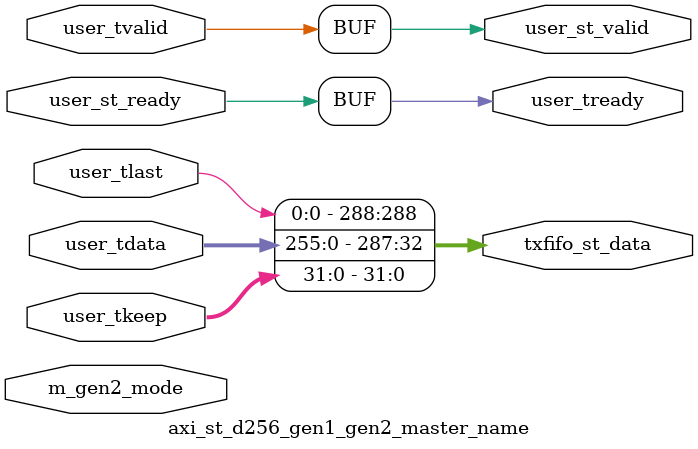
<source format=sv>
module axi_st_d256_gen1_gen2_master_name  (

  // st channel
  input  logic [ 31:  0]    user_tkeep          ,
  input  logic [255:  0]    user_tdata          ,
  input  logic              user_tlast          ,
  input  logic              user_tvalid         ,
  output logic              user_tready         ,

  // Logic Link Interfaces
  output logic              user_st_valid       ,
  output logic [288:  0]    txfifo_st_data      ,
  input  logic              user_st_ready       ,

  input  logic              m_gen2_mode         

);

  assign user_st_valid                    = user_tvalid                      ;
  assign user_tready                      = user_st_ready                    ;
  assign txfifo_st_data       [  0 +: 32] = user_tkeep           [  0 +: 32] ;
  assign txfifo_st_data       [ 32 +:256] = user_tdata           [  0 +:256] ;
  assign txfifo_st_data       [288 +:  1] = user_tlast                       ;

endmodule

</source>
